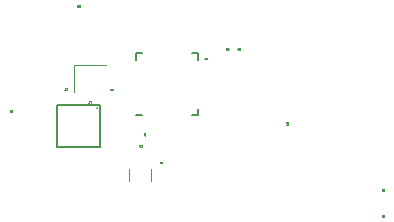
<source format=gbr>
G04 #@! TF.GenerationSoftware,KiCad,Pcbnew,5.0.0-fee4fd1~66~ubuntu16.04.1*
G04 #@! TF.CreationDate,2018-08-08T21:48:41-04:00*
G04 #@! TF.ProjectId,motor controller,6D6F746F7220636F6E74726F6C6C6572,rev?*
G04 #@! TF.SameCoordinates,Original*
G04 #@! TF.FileFunction,Legend,Bot*
G04 #@! TF.FilePolarity,Positive*
%FSLAX46Y46*%
G04 Gerber Fmt 4.6, Leading zero omitted, Abs format (unit mm)*
G04 Created by KiCad (PCBNEW 5.0.0-fee4fd1~66~ubuntu16.04.1) date Wed Aug  8 21:48:41 2018*
%MOMM*%
%LPD*%
G01*
G04 APERTURE LIST*
%ADD10C,0.150000*%
%ADD11C,0.120000*%
%ADD12C,0.020000*%
G04 APERTURE END LIST*
D10*
G04 #@! TO.C,IC1*
X10300000Y-7200000D02*
X6700000Y-7200000D01*
X6700000Y-7200000D02*
X6700000Y-10800000D01*
X6700000Y-10800000D02*
X10300000Y-10800000D01*
X10300000Y-10800000D02*
X10300000Y-7200000D01*
X10130000Y-7480000D02*
G75*
G03X10130000Y-7480000I-60000J0D01*
G01*
G04 #@! TO.C,U1*
X18625000Y-8095000D02*
X18625000Y-7570000D01*
X13375000Y-2845000D02*
X13375000Y-3370000D01*
X18625000Y-2845000D02*
X18625000Y-3370000D01*
X13375000Y-8095000D02*
X13900000Y-8095000D01*
X13375000Y-2845000D02*
X13900000Y-2845000D01*
X18625000Y-2845000D02*
X18100000Y-2845000D01*
X18625000Y-8095000D02*
X18100000Y-8095000D01*
D11*
G04 #@! TO.C,C7*
X12830000Y-13660000D02*
X12830000Y-12660000D01*
X14650000Y-13660000D02*
X14650000Y-12660000D01*
G04 #@! TO.C,Y1*
X8110000Y-6140000D02*
X8110000Y-3840000D01*
X8110000Y-3840000D02*
X10810000Y-3840000D01*
G04 #@! TO.C,IC1*
D12*
X8646428Y1092142D02*
X8646428Y1242142D01*
X8489285Y1106428D02*
X8496428Y1099285D01*
X8517857Y1092142D01*
X8532142Y1092142D01*
X8553571Y1099285D01*
X8567857Y1113571D01*
X8575000Y1127857D01*
X8582142Y1156428D01*
X8582142Y1177857D01*
X8575000Y1206428D01*
X8567857Y1220714D01*
X8553571Y1235000D01*
X8532142Y1242142D01*
X8517857Y1242142D01*
X8496428Y1235000D01*
X8489285Y1227857D01*
X8346428Y1092142D02*
X8432142Y1092142D01*
X8389285Y1092142D02*
X8389285Y1242142D01*
X8403571Y1220714D01*
X8417857Y1206428D01*
X8432142Y1199285D01*
G04 #@! TO.C,U1*
X19414285Y-3217857D02*
X19414285Y-3339285D01*
X19407142Y-3353571D01*
X19400000Y-3360714D01*
X19385714Y-3367857D01*
X19357142Y-3367857D01*
X19342857Y-3360714D01*
X19335714Y-3353571D01*
X19328571Y-3339285D01*
X19328571Y-3217857D01*
X19178571Y-3367857D02*
X19264285Y-3367857D01*
X19221428Y-3367857D02*
X19221428Y-3217857D01*
X19235714Y-3239285D01*
X19250000Y-3253571D01*
X19264285Y-3260714D01*
G04 #@! TO.C,M1*
X26267857Y-8678571D02*
X26117857Y-8678571D01*
X26225000Y-8728571D01*
X26117857Y-8778571D01*
X26267857Y-8778571D01*
X26267857Y-8928571D02*
X26267857Y-8842857D01*
X26267857Y-8885714D02*
X26117857Y-8885714D01*
X26139285Y-8871428D01*
X26153571Y-8857142D01*
X26160714Y-8842857D01*
G04 #@! TO.C,C1*
X7445000Y-5931071D02*
X7452142Y-5938214D01*
X7473571Y-5945357D01*
X7487857Y-5945357D01*
X7509285Y-5938214D01*
X7523571Y-5923928D01*
X7530714Y-5909642D01*
X7537857Y-5881071D01*
X7537857Y-5859642D01*
X7530714Y-5831071D01*
X7523571Y-5816785D01*
X7509285Y-5802500D01*
X7487857Y-5795357D01*
X7473571Y-5795357D01*
X7452142Y-5802500D01*
X7445000Y-5809642D01*
X7302142Y-5945357D02*
X7387857Y-5945357D01*
X7345000Y-5945357D02*
X7345000Y-5795357D01*
X7359285Y-5816785D01*
X7373571Y-5831071D01*
X7387857Y-5838214D01*
G04 #@! TO.C,C2*
X11365000Y-5967071D02*
X11372142Y-5974214D01*
X11393571Y-5981357D01*
X11407857Y-5981357D01*
X11429285Y-5974214D01*
X11443571Y-5959928D01*
X11450714Y-5945642D01*
X11457857Y-5917071D01*
X11457857Y-5895642D01*
X11450714Y-5867071D01*
X11443571Y-5852785D01*
X11429285Y-5838500D01*
X11407857Y-5831357D01*
X11393571Y-5831357D01*
X11372142Y-5838500D01*
X11365000Y-5845642D01*
X11307857Y-5845642D02*
X11300714Y-5838500D01*
X11286428Y-5831357D01*
X11250714Y-5831357D01*
X11236428Y-5838500D01*
X11229285Y-5845642D01*
X11222142Y-5859928D01*
X11222142Y-5874214D01*
X11229285Y-5895642D01*
X11315000Y-5981357D01*
X11222142Y-5981357D01*
G04 #@! TO.C,C5*
X21125000Y-2553571D02*
X21132142Y-2560714D01*
X21153571Y-2567857D01*
X21167857Y-2567857D01*
X21189285Y-2560714D01*
X21203571Y-2546428D01*
X21210714Y-2532142D01*
X21217857Y-2503571D01*
X21217857Y-2482142D01*
X21210714Y-2453571D01*
X21203571Y-2439285D01*
X21189285Y-2425000D01*
X21167857Y-2417857D01*
X21153571Y-2417857D01*
X21132142Y-2425000D01*
X21125000Y-2432142D01*
X20989285Y-2417857D02*
X21060714Y-2417857D01*
X21067857Y-2489285D01*
X21060714Y-2482142D01*
X21046428Y-2475000D01*
X21010714Y-2475000D01*
X20996428Y-2482142D01*
X20989285Y-2489285D01*
X20982142Y-2503571D01*
X20982142Y-2539285D01*
X20989285Y-2553571D01*
X20996428Y-2560714D01*
X21010714Y-2567857D01*
X21046428Y-2567857D01*
X21060714Y-2560714D01*
X21067857Y-2553571D01*
G04 #@! TO.C,C7*
X13825000Y-10753571D02*
X13832142Y-10760714D01*
X13853571Y-10767857D01*
X13867857Y-10767857D01*
X13889285Y-10760714D01*
X13903571Y-10746428D01*
X13910714Y-10732142D01*
X13917857Y-10703571D01*
X13917857Y-10682142D01*
X13910714Y-10653571D01*
X13903571Y-10639285D01*
X13889285Y-10625000D01*
X13867857Y-10617857D01*
X13853571Y-10617857D01*
X13832142Y-10625000D01*
X13825000Y-10632142D01*
X13775000Y-10617857D02*
X13675000Y-10617857D01*
X13739285Y-10767857D01*
G04 #@! TO.C,R1*
X14167857Y-9675000D02*
X14096428Y-9625000D01*
X14167857Y-9589285D02*
X14017857Y-9589285D01*
X14017857Y-9646428D01*
X14025000Y-9660714D01*
X14032142Y-9667857D01*
X14046428Y-9675000D01*
X14067857Y-9675000D01*
X14082142Y-9667857D01*
X14089285Y-9660714D01*
X14096428Y-9646428D01*
X14096428Y-9589285D01*
X14167857Y-9817857D02*
X14167857Y-9732142D01*
X14167857Y-9775000D02*
X14017857Y-9775000D01*
X14039285Y-9760714D01*
X14053571Y-9746428D01*
X14060714Y-9732142D01*
G04 #@! TO.C,R4*
X22125000Y-2567857D02*
X22175000Y-2496428D01*
X22210714Y-2567857D02*
X22210714Y-2417857D01*
X22153571Y-2417857D01*
X22139285Y-2425000D01*
X22132142Y-2432142D01*
X22125000Y-2446428D01*
X22125000Y-2467857D01*
X22132142Y-2482142D01*
X22139285Y-2489285D01*
X22153571Y-2496428D01*
X22210714Y-2496428D01*
X21996428Y-2467857D02*
X21996428Y-2567857D01*
X22032142Y-2410714D02*
X22067857Y-2517857D01*
X21975000Y-2517857D01*
G04 #@! TO.C,R5*
X34315000Y-16667857D02*
X34365000Y-16596428D01*
X34400714Y-16667857D02*
X34400714Y-16517857D01*
X34343571Y-16517857D01*
X34329285Y-16525000D01*
X34322142Y-16532142D01*
X34315000Y-16546428D01*
X34315000Y-16567857D01*
X34322142Y-16582142D01*
X34329285Y-16589285D01*
X34343571Y-16596428D01*
X34400714Y-16596428D01*
X34179285Y-16517857D02*
X34250714Y-16517857D01*
X34257857Y-16589285D01*
X34250714Y-16582142D01*
X34236428Y-16575000D01*
X34200714Y-16575000D01*
X34186428Y-16582142D01*
X34179285Y-16589285D01*
X34172142Y-16603571D01*
X34172142Y-16639285D01*
X34179285Y-16653571D01*
X34186428Y-16660714D01*
X34200714Y-16667857D01*
X34236428Y-16667857D01*
X34250714Y-16660714D01*
X34257857Y-16653571D01*
G04 #@! TO.C,R6*
X34315000Y-14467857D02*
X34365000Y-14396428D01*
X34400714Y-14467857D02*
X34400714Y-14317857D01*
X34343571Y-14317857D01*
X34329285Y-14325000D01*
X34322142Y-14332142D01*
X34315000Y-14346428D01*
X34315000Y-14367857D01*
X34322142Y-14382142D01*
X34329285Y-14389285D01*
X34343571Y-14396428D01*
X34400714Y-14396428D01*
X34186428Y-14317857D02*
X34215000Y-14317857D01*
X34229285Y-14325000D01*
X34236428Y-14332142D01*
X34250714Y-14353571D01*
X34257857Y-14382142D01*
X34257857Y-14439285D01*
X34250714Y-14453571D01*
X34243571Y-14460714D01*
X34229285Y-14467857D01*
X34200714Y-14467857D01*
X34186428Y-14460714D01*
X34179285Y-14453571D01*
X34172142Y-14439285D01*
X34172142Y-14403571D01*
X34179285Y-14389285D01*
X34186428Y-14382142D01*
X34200714Y-14375000D01*
X34229285Y-14375000D01*
X34243571Y-14382142D01*
X34250714Y-14389285D01*
X34257857Y-14403571D01*
G04 #@! TO.C,C4*
X15525000Y-12153571D02*
X15532142Y-12160714D01*
X15553571Y-12167857D01*
X15567857Y-12167857D01*
X15589285Y-12160714D01*
X15603571Y-12146428D01*
X15610714Y-12132142D01*
X15617857Y-12103571D01*
X15617857Y-12082142D01*
X15610714Y-12053571D01*
X15603571Y-12039285D01*
X15589285Y-12025000D01*
X15567857Y-12017857D01*
X15553571Y-12017857D01*
X15532142Y-12025000D01*
X15525000Y-12032142D01*
X15396428Y-12067857D02*
X15396428Y-12167857D01*
X15432142Y-12010714D02*
X15467857Y-12117857D01*
X15375000Y-12117857D01*
G04 #@! TO.C,R2*
X2815000Y-7777857D02*
X2865000Y-7706428D01*
X2900714Y-7777857D02*
X2900714Y-7627857D01*
X2843571Y-7627857D01*
X2829285Y-7635000D01*
X2822142Y-7642142D01*
X2815000Y-7656428D01*
X2815000Y-7677857D01*
X2822142Y-7692142D01*
X2829285Y-7699285D01*
X2843571Y-7706428D01*
X2900714Y-7706428D01*
X2757857Y-7642142D02*
X2750714Y-7635000D01*
X2736428Y-7627857D01*
X2700714Y-7627857D01*
X2686428Y-7635000D01*
X2679285Y-7642142D01*
X2672142Y-7656428D01*
X2672142Y-7670714D01*
X2679285Y-7692142D01*
X2765000Y-7777857D01*
X2672142Y-7777857D01*
G04 #@! TO.C,Y1*
X9531428Y-6986428D02*
X9531428Y-7057857D01*
X9581428Y-6907857D02*
X9531428Y-6986428D01*
X9481428Y-6907857D01*
X9352857Y-7057857D02*
X9438571Y-7057857D01*
X9395714Y-7057857D02*
X9395714Y-6907857D01*
X9410000Y-6929285D01*
X9424285Y-6943571D01*
X9438571Y-6950714D01*
G04 #@! TD*
M02*

</source>
